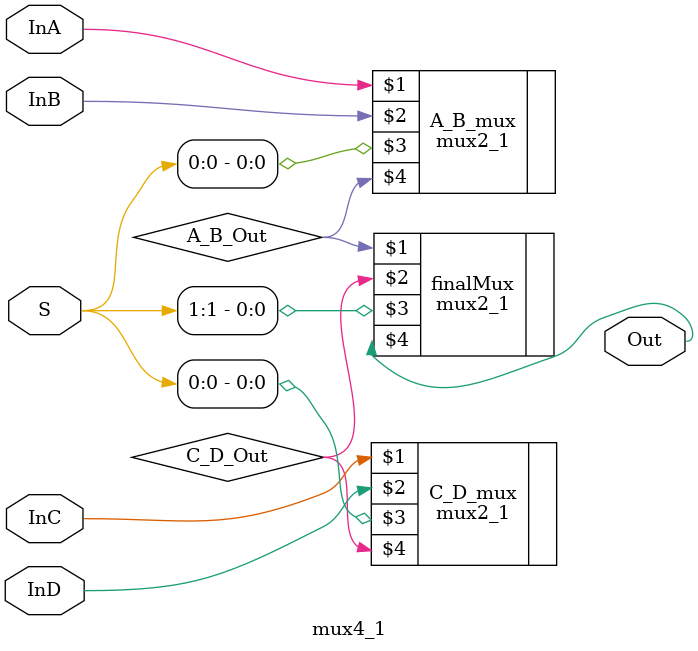
<source format=v>
/*
    CS/ECE 552 Spring '19
    Homework #3, Problem 1
	 Kevin Wilson
    4-1 mux template
*/
module mux4_1(InA, InB, InC, InD, S, Out);
    parameter NUM_BITS=1;
    
    input	  [NUM_BITS-1:0] 	InA, InB, InC, InD;
    input	  [1:0] 		S;
    output	  [NUM_BITS-1:0] 	Out;
	
    wire  [NUM_BITS-1:0] A_B_Out, C_D_Out;
	
    mux2_1 #(.NUM_BITS(NUM_BITS)) A_B_mux  (InA, InB, S[0], A_B_Out);		// mux for if S[1] is a 0
    mux2_1 #(.NUM_BITS(NUM_BITS)) C_D_mux  (InC, InD,  S[0], C_D_Out);		// mux for if S[1] is a 1	
    mux2_1 #(.NUM_BITS(NUM_BITS)) finalMux (A_B_Out, C_D_Out, S[1], Out);	// use S[1] to pick A,B,C,D

endmodule



</source>
